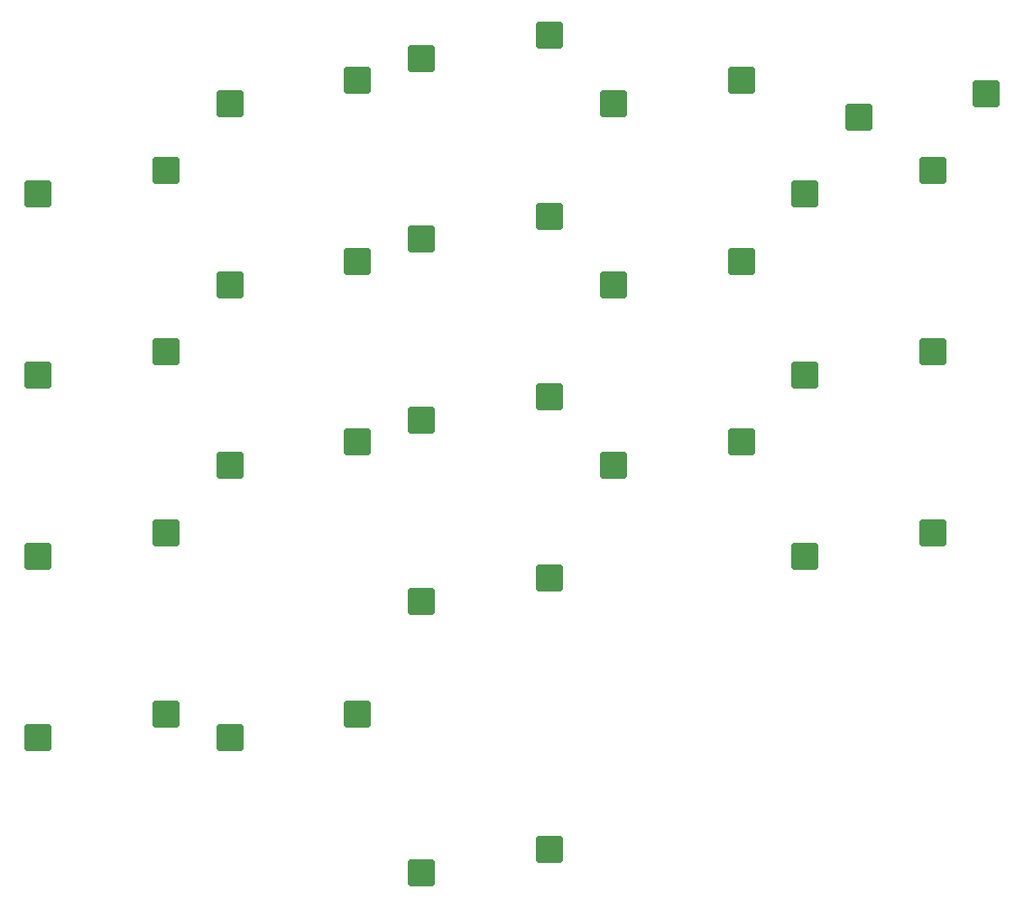
<source format=gbr>
%TF.GenerationSoftware,KiCad,Pcbnew,7.0.9-7.0.9~ubuntu22.04.1*%
%TF.CreationDate,2025-04-09T21:57:24+03:00*%
%TF.ProjectId,Keeb,4b656562-2e6b-4696-9361-645f70636258,rev?*%
%TF.SameCoordinates,Original*%
%TF.FileFunction,Paste,Top*%
%TF.FilePolarity,Positive*%
%FSLAX46Y46*%
G04 Gerber Fmt 4.6, Leading zero omitted, Abs format (unit mm)*
G04 Created by KiCad (PCBNEW 7.0.9-7.0.9~ubuntu22.04.1) date 2025-04-09 21:57:24*
%MOMM*%
%LPD*%
G01*
G04 APERTURE LIST*
G04 Aperture macros list*
%AMRoundRect*
0 Rectangle with rounded corners*
0 $1 Rounding radius*
0 $2 $3 $4 $5 $6 $7 $8 $9 X,Y pos of 4 corners*
0 Add a 4 corners polygon primitive as box body*
4,1,4,$2,$3,$4,$5,$6,$7,$8,$9,$2,$3,0*
0 Add four circle primitives for the rounded corners*
1,1,$1+$1,$2,$3*
1,1,$1+$1,$4,$5*
1,1,$1+$1,$6,$7*
1,1,$1+$1,$8,$9*
0 Add four rect primitives between the rounded corners*
20,1,$1+$1,$2,$3,$4,$5,0*
20,1,$1+$1,$4,$5,$6,$7,0*
20,1,$1+$1,$6,$7,$8,$9,0*
20,1,$1+$1,$8,$9,$2,$3,0*%
G04 Aperture macros list end*
%ADD10RoundRect,0.250000X1.025000X1.000000X-1.025000X1.000000X-1.025000X-1.000000X1.025000X-1.000000X0*%
%ADD11RoundRect,0.250000X-1.025000X-1.000000X1.025000X-1.000000X1.025000X1.000000X-1.025000X1.000000X0*%
G04 APERTURE END LIST*
D10*
%TO.C,SW3*%
X189725000Y-50317944D03*
X177725000Y-52517944D03*
%TD*%
%TO.C,SW4*%
X189725000Y-67317944D03*
X177725000Y-69517944D03*
%TD*%
%TO.C,SW5*%
X189725000Y-84317944D03*
X177725000Y-86517944D03*
%TD*%
%TO.C,SW6*%
X171725000Y-41817944D03*
X159725000Y-44017944D03*
%TD*%
%TO.C,SW7*%
X171725000Y-58817944D03*
X159725000Y-61017944D03*
%TD*%
%TO.C,SW8*%
X171725000Y-75817944D03*
X159725000Y-78017944D03*
%TD*%
%TO.C,SW9*%
X153725000Y-37567944D03*
X141725000Y-39767944D03*
%TD*%
%TO.C,SW10*%
X153725000Y-54567944D03*
X141725000Y-56767944D03*
%TD*%
%TO.C,SW11*%
X153725000Y-71567944D03*
X141725000Y-73767944D03*
%TD*%
%TO.C,SW13*%
X135725000Y-41817944D03*
X123725000Y-44017944D03*
%TD*%
%TO.C,SW14*%
X135725000Y-58817944D03*
X123725000Y-61017944D03*
%TD*%
%TO.C,SW15*%
X135725000Y-75817944D03*
X123725000Y-78017944D03*
%TD*%
%TO.C,SW16*%
X135725000Y-101317944D03*
X123725000Y-103517944D03*
%TD*%
%TO.C,SW17*%
X117725000Y-50317944D03*
X105725000Y-52517944D03*
%TD*%
%TO.C,SW18*%
X117725000Y-67317944D03*
X105725000Y-69517944D03*
%TD*%
%TO.C,SW19*%
X117725000Y-84317944D03*
X105725000Y-86517944D03*
%TD*%
%TO.C,SW20*%
X117725000Y-101317944D03*
X105725000Y-103517944D03*
%TD*%
%TO.C,SW1*%
X153725000Y-114067944D03*
X141725000Y-116267944D03*
%TD*%
D11*
%TO.C,SW12*%
X182725000Y-45317944D03*
X194725000Y-43117944D03*
%TD*%
D10*
%TO.C,SW2*%
X153725000Y-88567944D03*
X141725000Y-90767944D03*
%TD*%
M02*

</source>
